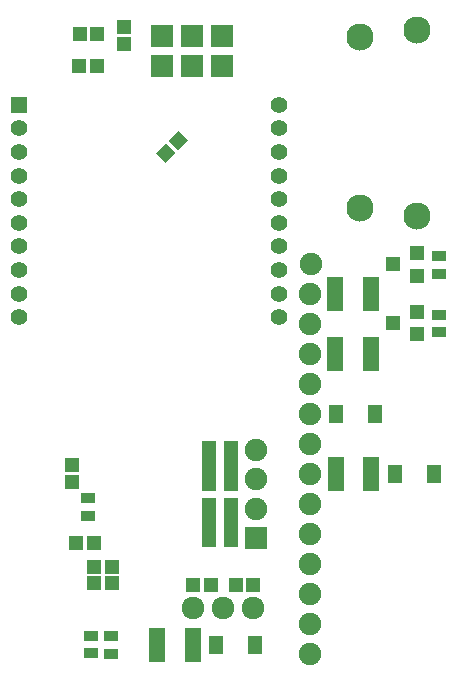
<source format=gbs>
G04 #@! TF.FileFunction,Soldermask,Bot*
%FSLAX46Y46*%
G04 Gerber Fmt 4.6, Leading zero omitted, Abs format (unit mm)*
G04 Created by KiCad (PCBNEW 4.0.5+dfsg1-4) date Sat Dec 30 21:31:50 2017*
%MOMM*%
%LPD*%
G01*
G04 APERTURE LIST*
%ADD10C,0.100000*%
%ADD11R,1.150000X1.200000*%
%ADD12R,1.200000X1.150000*%
%ADD13R,1.300000X1.600000*%
%ADD14R,1.400000X2.900000*%
%ADD15R,1.924000X1.924000*%
%ADD16R,1.908000X1.908000*%
%ADD17C,1.908000*%
%ADD18C,2.300000*%
%ADD19C,1.900000*%
%ADD20R,1.300000X1.200000*%
%ADD21R,1.300000X0.900000*%
%ADD22R,1.200000X0.700000*%
%ADD23C,1.924000*%
%ADD24R,1.408000X1.408000*%
%ADD25C,1.408000*%
G04 APERTURE END LIST*
D10*
D11*
X138684000Y-106795000D03*
X138684000Y-105295000D03*
D12*
X140601000Y-115316000D03*
X142101000Y-115316000D03*
X142101000Y-113919000D03*
X140601000Y-113919000D03*
X139077000Y-111887000D03*
X140577000Y-111887000D03*
D10*
G36*
X146658018Y-78080810D02*
X147471190Y-78893982D01*
X146622662Y-79742510D01*
X145809490Y-78929338D01*
X146658018Y-78080810D01*
X146658018Y-78080810D01*
G37*
G36*
X147718678Y-77020150D02*
X148531850Y-77833322D01*
X147683322Y-78681850D01*
X146870150Y-77868678D01*
X147718678Y-77020150D01*
X147718678Y-77020150D01*
G37*
D12*
X152551000Y-115443000D03*
X154051000Y-115443000D03*
X150471000Y-115443000D03*
X148971000Y-115443000D03*
D11*
X143129000Y-68211000D03*
X143129000Y-69711000D03*
D12*
X139343000Y-68834000D03*
X140843000Y-68834000D03*
X139331000Y-71501000D03*
X140831000Y-71501000D03*
D13*
X169352500Y-106045000D03*
X166052500Y-106045000D03*
X154176000Y-120586500D03*
X150876000Y-120586500D03*
X164400500Y-100965000D03*
X161100500Y-100965000D03*
D14*
X164036000Y-106045000D03*
X161036000Y-106045000D03*
X148923000Y-120523000D03*
X145923000Y-120523000D03*
X160996500Y-95885000D03*
X163996500Y-95885000D03*
X160996500Y-90805000D03*
X163996500Y-90805000D03*
D15*
X146304000Y-71501000D03*
X148844000Y-71501000D03*
X148844000Y-68961000D03*
X146304000Y-68961000D03*
X151384000Y-71501000D03*
X151384000Y-68961000D03*
D16*
X154305000Y-111513000D03*
D17*
X154305000Y-109013000D03*
X154305000Y-106513000D03*
X154305000Y-104013000D03*
D18*
X167894000Y-68453000D03*
X163068000Y-69088000D03*
X163068000Y-83566000D03*
X167894000Y-84201000D03*
D19*
X158877000Y-116205000D03*
X158877000Y-118745000D03*
X158877000Y-121285000D03*
X158877000Y-113665000D03*
X158877000Y-108585000D03*
X158877000Y-111125000D03*
X158877000Y-95885000D03*
X158877000Y-93345000D03*
X158877000Y-98425000D03*
X158877000Y-106045000D03*
X158877000Y-100965000D03*
X158877000Y-103505000D03*
X158877000Y-90805000D03*
X158940500Y-88265000D03*
D20*
X167894000Y-92329000D03*
X167894000Y-94229000D03*
X165894000Y-93279000D03*
X167894000Y-87381000D03*
X167894000Y-89281000D03*
X165894000Y-88331000D03*
D21*
X140081000Y-108101000D03*
X140081000Y-109601000D03*
X140335000Y-121273000D03*
X140335000Y-119773000D03*
X141986000Y-121285000D03*
X141986000Y-119785000D03*
D22*
X152146000Y-108466000D03*
X150346000Y-108466000D03*
X152146000Y-111966000D03*
X150346000Y-111966000D03*
X152146000Y-108966000D03*
X152146000Y-109466000D03*
X152146000Y-109966000D03*
X152146000Y-110466000D03*
X152146000Y-110966000D03*
X152146000Y-111466000D03*
X150346000Y-108966000D03*
X150346000Y-109466000D03*
X150346000Y-109966000D03*
X150346000Y-110966000D03*
X150346000Y-110466000D03*
X150346000Y-111466000D03*
X152146000Y-103660000D03*
X150346000Y-103660000D03*
X152146000Y-107160000D03*
X150346000Y-107160000D03*
X152146000Y-104160000D03*
X152146000Y-104660000D03*
X152146000Y-105160000D03*
X152146000Y-105660000D03*
X152146000Y-106160000D03*
X152146000Y-106660000D03*
X150346000Y-104160000D03*
X150346000Y-104660000D03*
X150346000Y-105160000D03*
X150346000Y-106160000D03*
X150346000Y-105660000D03*
X150346000Y-106660000D03*
D21*
X169799000Y-92595000D03*
X169799000Y-94095000D03*
X169799000Y-87642000D03*
X169799000Y-89142000D03*
D23*
X148971000Y-117411500D03*
X151501000Y-117431500D03*
X154041000Y-117431500D03*
D24*
X134239000Y-74803000D03*
D25*
X134239000Y-76803000D03*
X134239000Y-78812000D03*
X134239000Y-80812000D03*
X134239000Y-82812000D03*
X134239000Y-84812000D03*
X134239000Y-86812000D03*
X134239000Y-88812000D03*
X134239000Y-90803000D03*
X134239000Y-92803000D03*
X156239000Y-74803000D03*
X156239000Y-76803000D03*
X156239000Y-78803000D03*
X156239000Y-80812000D03*
X156239000Y-82803000D03*
X156239000Y-84812000D03*
X156239000Y-86803000D03*
X156239000Y-88803000D03*
X156239000Y-90803000D03*
X156239000Y-92803000D03*
M02*

</source>
